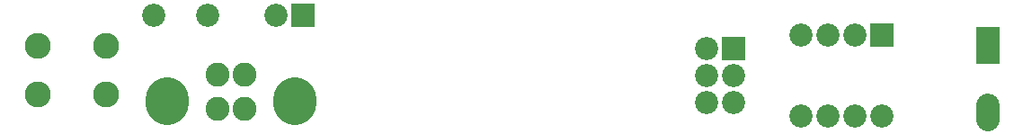
<source format=gbs>
G04 start of page 2 for group 9 layer_idx 9 *
G04 Title: (unknown), bottom_mask *
G04 Creator: pcb-rnd 3.1.5-dev *
G04 CreationDate: 2024-03-25 20:38:14 UTC *
G04 For: STEM4ukraine *
G04 Format: Gerber/RS-274X *
G04 PCB-Dimensions: 393701 393701 *
G04 PCB-Coordinate-Origin: lower left *
%MOIN*%
%FSLAX25Y25*%
%LNBOTTOM_MASK_NONE_9*%
%ADD56C,0.1595*%
%ADD55C,0.0887*%
%ADD54C,0.0960*%
%ADD53C,0.0001*%
%ADD52C,0.0860*%
G54D52*X75118Y51181D03*
X55118D03*
X315000Y43701D03*
X305000D03*
X295000D03*
G54D53*G36*
X105936Y46881D02*Y55481D01*
X114536D01*
Y46881D01*
X105936D01*
G37*
G54D52*X100236Y51181D03*
G54D54*X37402Y39654D03*
X11811D03*
G54D53*G36*
X329300Y48001D02*Y39401D01*
X320700D01*
Y48001D01*
X329300D01*
G37*
G54D52*X325000Y13701D03*
X315000D03*
G54D55*X78661Y28996D03*
Y16398D03*
X88504Y28996D03*
G54D56*X59882Y20138D02*Y18563D01*
G54D52*X305000Y13701D03*
G54D56*X107283Y20138D02*Y18563D01*
G54D55*X88504Y16398D03*
G54D54*X37402Y21654D03*
X11811D03*
G54D53*G36*
X274300Y34401D02*X265700D01*
Y43001D01*
X274300D01*
Y34401D01*
G37*
G54D52*X260000Y38701D03*
Y28701D03*
Y18701D03*
X295000Y13701D03*
X270000Y28701D03*
Y18701D03*
X364173Y17717D02*Y12559D01*
G54D53*G36*
X368473Y46859D02*Y33059D01*
X359873D01*
Y46859D01*
X368473D01*
G37*
M02*

</source>
